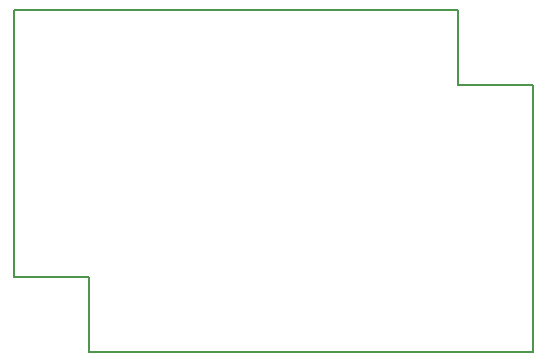
<source format=gm1>
G04 #@! TF.FileFunction,Profile,NP*
%FSLAX46Y46*%
G04 Gerber Fmt 4.6, Leading zero omitted, Abs format (unit mm)*
G04 Created by KiCad (PCBNEW 4.0.7) date 07/23/18 00:28:13*
%MOMM*%
%LPD*%
G01*
G04 APERTURE LIST*
%ADD10C,0.100000*%
%ADD11C,0.150000*%
G04 APERTURE END LIST*
D10*
D11*
X140462000Y-106172000D02*
X140462000Y-83566000D01*
X146812000Y-106172000D02*
X140462000Y-106172000D01*
X146812000Y-106426000D02*
X146812000Y-106172000D01*
X146812000Y-112522000D02*
X146812000Y-106426000D01*
X184404000Y-112522000D02*
X146812000Y-112522000D01*
X184404000Y-89916000D02*
X184404000Y-112522000D01*
X178054000Y-89916000D02*
X184404000Y-89916000D01*
X178054000Y-83566000D02*
X178054000Y-89916000D01*
X140462000Y-83566000D02*
X178054000Y-83566000D01*
M02*

</source>
